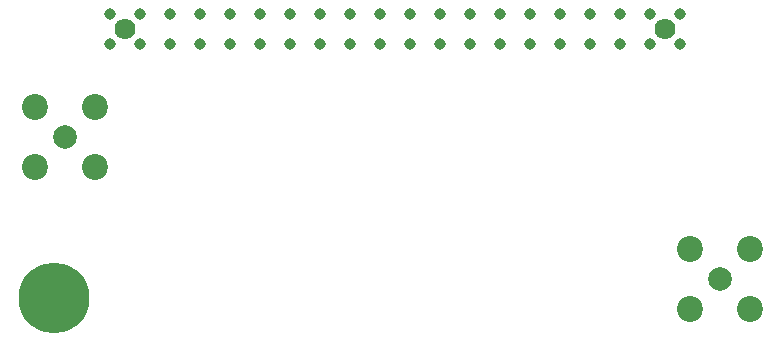
<source format=gbr>
%TF.GenerationSoftware,KiCad,Pcbnew,8.0.6*%
%TF.CreationDate,2024-10-20T18:51:53+08:00*%
%TF.ProjectId,RFM69HCW_v5,52464d36-3948-4435-975f-76352e6b6963,rev?*%
%TF.SameCoordinates,Original*%
%TF.FileFunction,Soldermask,Bot*%
%TF.FilePolarity,Negative*%
%FSLAX46Y46*%
G04 Gerber Fmt 4.6, Leading zero omitted, Abs format (unit mm)*
G04 Created by KiCad (PCBNEW 8.0.6) date 2024-10-20 18:51:53*
%MOMM*%
%LPD*%
G01*
G04 APERTURE LIST*
%ADD10C,6.000000*%
%ADD11C,0.970000*%
%ADD12C,1.780000*%
%ADD13C,2.000000*%
%ADD14C,2.200000*%
G04 APERTURE END LIST*
D10*
%TO.C,REF\u002A\u002A*%
X134910000Y-102950000D03*
D11*
X139610000Y-81390000D03*
X142150000Y-81390000D03*
X144690000Y-81390000D03*
X147230000Y-81390000D03*
X149770000Y-81390000D03*
X152310000Y-81390000D03*
X154850000Y-81390000D03*
X157390000Y-81390000D03*
X159930000Y-81390000D03*
X162470000Y-81390000D03*
X165010000Y-81390000D03*
X167550000Y-81390000D03*
X170090000Y-81390000D03*
X172630000Y-81390000D03*
X175170000Y-81390000D03*
X177710000Y-81390000D03*
X180250000Y-81390000D03*
X182790000Y-81390000D03*
X185330000Y-81390000D03*
X187870000Y-81390000D03*
D12*
X140880000Y-80120000D03*
X186600000Y-80120000D03*
D11*
X139610000Y-78850000D03*
X142150000Y-78850000D03*
X144690000Y-78850000D03*
X147230000Y-78850000D03*
X149770000Y-78850000D03*
X152310000Y-78850000D03*
X154850000Y-78850000D03*
X157390000Y-78850000D03*
X159930000Y-78850000D03*
X162470000Y-78850000D03*
X165010000Y-78850000D03*
X167550000Y-78850000D03*
X170090000Y-78850000D03*
X172630000Y-78850000D03*
X175170000Y-78850000D03*
X177710000Y-78850000D03*
X180250000Y-78850000D03*
X182790000Y-78850000D03*
X185330000Y-78850000D03*
X187870000Y-78850000D03*
%TD*%
D13*
%TO.C,REF\u002A\u002A*%
X135800000Y-89320000D03*
D14*
X138340000Y-91860000D03*
X133260000Y-86780000D03*
X133260000Y-91860000D03*
X138340000Y-86780000D03*
%TD*%
D13*
%TO.C,REF\u002A\u002A*%
X191270000Y-101280000D03*
D14*
X188730000Y-98740000D03*
X193810000Y-103820000D03*
X193810000Y-98740000D03*
X188730000Y-103820000D03*
%TD*%
M02*

</source>
